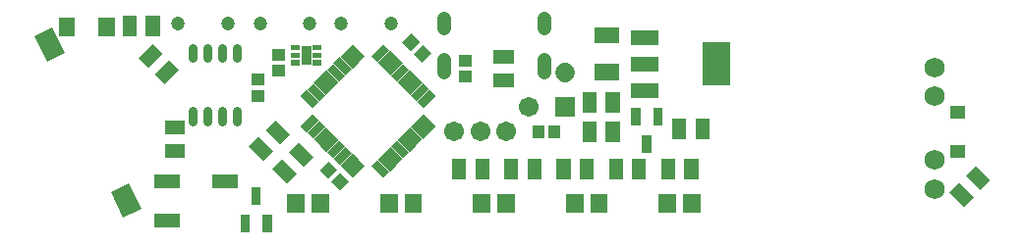
<source format=gbs>
G04 Layer: BottomSolderMaskLayer*
G04 EasyEDA v6.5.1, 2022-03-27 10:56:29*
G04 5bdfba2922064175801a4ef29472edea,f5a38c858c354eb5b90fd3f81420cce3,10*
G04 Gerber Generator version 0.2*
G04 Scale: 100 percent, Rotated: No, Reflected: No *
G04 Dimensions in millimeters *
G04 leading zeros omitted , absolute positions ,4 integer and 5 decimal *
%FSLAX45Y45*%
%MOMM*%

%ADD54C,1.2032*%
%ADD55C,0.8032*%
%ADD56C,1.7032*%
%ADD66C,1.2000*%
%ADD67C,1.7272*%

%LPD*%
D55*
X2286000Y-901090D02*
G01*
X2286000Y-993089D01*
X2159000Y-901090D02*
G01*
X2159000Y-993089D01*
X2032000Y-901090D02*
G01*
X2032000Y-993089D01*
X1905000Y-901090D02*
G01*
X1905000Y-993089D01*
X2286000Y-353110D02*
G01*
X2286000Y-445112D01*
X2159000Y-353110D02*
G01*
X2159000Y-445112D01*
X2032000Y-353110D02*
G01*
X2032000Y-445112D01*
X1905000Y-353110D02*
G01*
X1905000Y-445112D01*
D56*
X5113909Y-571500D02*
G01*
X5113909Y-571500D01*
D54*
X4068013Y-184983D02*
G01*
X4068013Y-104983D01*
X4931994Y-184983D02*
G01*
X4931994Y-104983D01*
X4068013Y-569986D02*
G01*
X4068013Y-459986D01*
X4931994Y-569986D02*
G01*
X4931994Y-459986D01*
D56*
G01*
X4381500Y-1079500D03*
G36*
X8431275Y-1304544D02*
G01*
X8431275Y-1194307D01*
X8561324Y-1194307D01*
X8561324Y-1304544D01*
G37*
G36*
X8431275Y-964692D02*
G01*
X8431275Y-854455D01*
X8561324Y-854455D01*
X8561324Y-964692D01*
G37*
G36*
X3497072Y-478028D02*
G01*
X3443224Y-423926D01*
X3547363Y-319786D01*
X3601211Y-373634D01*
G37*
G36*
X3552697Y-533654D02*
G01*
X3498850Y-479805D01*
X3602990Y-375665D01*
X3657091Y-429513D01*
G37*
G36*
X3610356Y-591057D02*
G01*
X3556508Y-537210D01*
X3660647Y-433070D01*
X3714495Y-486918D01*
G37*
G36*
X3665981Y-646684D02*
G01*
X3612134Y-592836D01*
X3716274Y-488695D01*
X3770122Y-542544D01*
G37*
G36*
X3723386Y-704342D02*
G01*
X3669538Y-650239D01*
X3773677Y-546100D01*
X3827525Y-599947D01*
G37*
G36*
X3779011Y-759968D02*
G01*
X3725163Y-706120D01*
X3829304Y-601979D01*
X3883152Y-655828D01*
G37*
G36*
X3836670Y-817371D02*
G01*
X3782822Y-763523D01*
X3886961Y-659384D01*
X3940809Y-713231D01*
G37*
G36*
X3892295Y-872997D02*
G01*
X3838447Y-819150D01*
X3942588Y-715010D01*
X3996436Y-768857D01*
G37*
G36*
X3942588Y-1085087D02*
G01*
X3838447Y-980947D01*
X3892295Y-926845D01*
X3996436Y-1031239D01*
G37*
G36*
X3886961Y-1140713D02*
G01*
X3782822Y-1036573D01*
X3836670Y-982726D01*
X3940809Y-1086865D01*
G37*
G36*
X3829304Y-1198118D02*
G01*
X3725163Y-1093978D01*
X3779011Y-1040129D01*
X3883152Y-1144270D01*
G37*
G36*
X3773677Y-1253744D02*
G01*
X3669538Y-1149604D01*
X3723386Y-1095755D01*
X3827525Y-1199895D01*
G37*
G36*
X3716274Y-1311402D02*
G01*
X3612134Y-1207007D01*
X3665981Y-1153160D01*
X3770122Y-1257300D01*
G37*
G36*
X3660647Y-1367028D02*
G01*
X3556508Y-1262887D01*
X3610356Y-1209039D01*
X3714495Y-1313179D01*
G37*
G36*
X3602990Y-1424431D02*
G01*
X3498850Y-1320292D01*
X3552697Y-1266444D01*
X3657091Y-1370584D01*
G37*
G36*
X3547363Y-1480057D02*
G01*
X3443224Y-1375918D01*
X3497072Y-1322070D01*
X3601211Y-1426210D01*
G37*
G36*
X3285236Y-1480057D02*
G01*
X3231388Y-1426210D01*
X3335527Y-1322070D01*
X3389375Y-1375918D01*
G37*
G36*
X3229609Y-1424431D02*
G01*
X3175508Y-1370584D01*
X3279902Y-1266444D01*
X3333750Y-1320292D01*
G37*
G36*
X3171952Y-1367028D02*
G01*
X3118104Y-1313179D01*
X3222243Y-1209039D01*
X3276091Y-1262887D01*
G37*
G36*
X3116325Y-1311402D02*
G01*
X3062477Y-1257300D01*
X3166618Y-1153160D01*
X3220465Y-1207007D01*
G37*
G36*
X3058922Y-1253744D02*
G01*
X3005074Y-1199895D01*
X3109213Y-1095755D01*
X3163061Y-1149604D01*
G37*
G36*
X3003295Y-1198118D02*
G01*
X2949447Y-1144270D01*
X3053588Y-1040129D01*
X3107436Y-1093978D01*
G37*
G36*
X2945638Y-1140713D02*
G01*
X2891790Y-1086865D01*
X2995929Y-982726D01*
X3049777Y-1036573D01*
G37*
G36*
X2890011Y-1085087D02*
G01*
X2836163Y-1031239D01*
X2940304Y-926845D01*
X2994152Y-980947D01*
G37*
G36*
X2940304Y-872997D02*
G01*
X2836163Y-768857D01*
X2890011Y-715010D01*
X2994152Y-819150D01*
G37*
G36*
X2995929Y-817371D02*
G01*
X2891790Y-713231D01*
X2945638Y-659384D01*
X3049777Y-763523D01*
G37*
G36*
X3053588Y-759968D02*
G01*
X2949447Y-655828D01*
X3003295Y-601979D01*
X3107436Y-706120D01*
G37*
G36*
X3109213Y-704342D02*
G01*
X3005074Y-599947D01*
X3058922Y-546100D01*
X3163061Y-650239D01*
G37*
G36*
X3166618Y-646684D02*
G01*
X3062477Y-542544D01*
X3116325Y-488695D01*
X3220465Y-592836D01*
G37*
G36*
X3222243Y-591057D02*
G01*
X3118104Y-486918D01*
X3171952Y-433070D01*
X3276091Y-537210D01*
G37*
G36*
X3279902Y-533654D02*
G01*
X3175508Y-429513D01*
X3229609Y-375665D01*
X3333750Y-479805D01*
G37*
G36*
X3335527Y-478028D02*
G01*
X3231388Y-373634D01*
X3285236Y-319786D01*
X3389375Y-423926D01*
G37*
G36*
X2315972Y-1947671D02*
G01*
X2315972Y-1797557D01*
X2396236Y-1797557D01*
X2396236Y-1947671D01*
G37*
G36*
X2410968Y-1707642D02*
G01*
X2410968Y-1557528D01*
X2491231Y-1557528D01*
X2491231Y-1707642D01*
G37*
G36*
X2505963Y-1947671D02*
G01*
X2505963Y-1797557D01*
X2586227Y-1797557D01*
X2586227Y-1947671D01*
G37*
G36*
X8688070Y-1583181D02*
G01*
X8564118Y-1459229D01*
X8649208Y-1374139D01*
X8773159Y-1498092D01*
G37*
G36*
X8546591Y-1724660D02*
G01*
X8422640Y-1600707D01*
X8507729Y-1515618D01*
X8631681Y-1639570D01*
G37*
G36*
X5871463Y-1021842D02*
G01*
X5871463Y-871728D01*
X5951727Y-871728D01*
X5951727Y-1021842D01*
G37*
G36*
X5776468Y-1261871D02*
G01*
X5776468Y-1111757D01*
X5856731Y-1111757D01*
X5856731Y-1261871D01*
G37*
G36*
X5681472Y-1021842D02*
G01*
X5681472Y-871728D01*
X5761736Y-871728D01*
X5761736Y-1021842D01*
G37*
G36*
X6237477Y-1141729D02*
G01*
X6237477Y-966470D01*
X6357874Y-966470D01*
X6357874Y-1141729D01*
G37*
G36*
X6037325Y-1141729D02*
G01*
X6037325Y-966470D01*
X6157722Y-966470D01*
X6157722Y-1141729D01*
G37*
G36*
X5919724Y-1780031D02*
G01*
X5919724Y-1619757D01*
X6070091Y-1619757D01*
X6070091Y-1780031D01*
G37*
G36*
X6129781Y-1780031D02*
G01*
X6129781Y-1619757D01*
X6280150Y-1619757D01*
X6280150Y-1780031D01*
G37*
G36*
X5119877Y-1780031D02*
G01*
X5119877Y-1619757D01*
X5270245Y-1619757D01*
X5270245Y-1780031D01*
G37*
G36*
X5329936Y-1780031D02*
G01*
X5329936Y-1619757D01*
X5480304Y-1619757D01*
X5480304Y-1780031D01*
G37*
G36*
X4319777Y-1780031D02*
G01*
X4319777Y-1619757D01*
X4470145Y-1619757D01*
X4470145Y-1780031D01*
G37*
G36*
X4529836Y-1780031D02*
G01*
X4529836Y-1619757D01*
X4680204Y-1619757D01*
X4680204Y-1780031D01*
G37*
G36*
X3519677Y-1780031D02*
G01*
X3519677Y-1619757D01*
X3670045Y-1619757D01*
X3670045Y-1780031D01*
G37*
G36*
X3729736Y-1780031D02*
G01*
X3729736Y-1619757D01*
X3880104Y-1619757D01*
X3880104Y-1780031D01*
G37*
G36*
X2719831Y-1780031D02*
G01*
X2719831Y-1619757D01*
X2870200Y-1619757D01*
X2870200Y-1780031D01*
G37*
G36*
X2929890Y-1780031D02*
G01*
X2929890Y-1619757D01*
X3080258Y-1619757D01*
X3080258Y-1780031D01*
G37*
G36*
X5462777Y-1167129D02*
G01*
X5462777Y-991870D01*
X5583174Y-991870D01*
X5583174Y-1167129D01*
G37*
G36*
X5262625Y-1167129D02*
G01*
X5262625Y-991870D01*
X5383022Y-991870D01*
X5383022Y-1167129D01*
G37*
G36*
X6139941Y-1487678D02*
G01*
X6139941Y-1312418D01*
X6260084Y-1312418D01*
X6260084Y-1487678D01*
G37*
G36*
X5939790Y-1487678D02*
G01*
X5939790Y-1312418D01*
X6060186Y-1312418D01*
X6060186Y-1487678D01*
G37*
G36*
X5489956Y-1487678D02*
G01*
X5489956Y-1312418D01*
X5610097Y-1312418D01*
X5610097Y-1487678D01*
G37*
G36*
X5689854Y-1487678D02*
G01*
X5689854Y-1312418D01*
X5810250Y-1312418D01*
X5810250Y-1487678D01*
G37*
G36*
X5039868Y-1487678D02*
G01*
X5039868Y-1312418D01*
X5160263Y-1312418D01*
X5160263Y-1487678D01*
G37*
G36*
X5239765Y-1487678D02*
G01*
X5239765Y-1312418D01*
X5360161Y-1312418D01*
X5360161Y-1487678D01*
G37*
G36*
X4589779Y-1487678D02*
G01*
X4589779Y-1312418D01*
X4710175Y-1312418D01*
X4710175Y-1487678D01*
G37*
G36*
X4789931Y-1487678D02*
G01*
X4789931Y-1312418D01*
X4910074Y-1312418D01*
X4910074Y-1487678D01*
G37*
G36*
X4139945Y-1487678D02*
G01*
X4139945Y-1312418D01*
X4260088Y-1312418D01*
X4260088Y-1487678D01*
G37*
G36*
X4339843Y-1487678D02*
G01*
X4339843Y-1312418D01*
X4460240Y-1312418D01*
X4460240Y-1487678D01*
G37*
G36*
X5368543Y-636523D02*
G01*
X5368543Y-496315D01*
X5578856Y-496315D01*
X5578856Y-636523D01*
G37*
G36*
X5368543Y-316484D02*
G01*
X5368543Y-176276D01*
X5578856Y-176276D01*
X5578856Y-316484D01*
G37*
G36*
X5462777Y-913129D02*
G01*
X5462777Y-737870D01*
X5583174Y-737870D01*
X5583174Y-913129D01*
G37*
G36*
X5262625Y-913129D02*
G01*
X5262625Y-737870D01*
X5383022Y-737870D01*
X5383022Y-913129D01*
G37*
G36*
X1300226Y-252729D02*
G01*
X1300226Y-77470D01*
X1420621Y-77470D01*
X1420621Y-252729D01*
G37*
G36*
X1500378Y-252729D02*
G01*
X1500378Y-77470D01*
X1620773Y-77470D01*
X1620773Y-252729D01*
G37*
G36*
X750315Y-258063D02*
G01*
X750315Y-97536D01*
X890778Y-97536D01*
X890778Y-258063D01*
G37*
G36*
X1090421Y-258063D02*
G01*
X1090421Y-97536D01*
X1230884Y-97536D01*
X1230884Y-258063D01*
G37*
G36*
X1570228Y-1566671D02*
G01*
X1570228Y-1446276D01*
X1790700Y-1446276D01*
X1790700Y-1566671D01*
G37*
G36*
X2070354Y-1566671D02*
G01*
X2070354Y-1446276D01*
X2290572Y-1446276D01*
X2290572Y-1566671D01*
G37*
G36*
X1570228Y-1906523D02*
G01*
X1570228Y-1786128D01*
X1790700Y-1786128D01*
X1790700Y-1906523D01*
G37*
G36*
X3782313Y-380492D02*
G01*
X3711447Y-309626D01*
X3789425Y-231647D01*
X3860291Y-302513D01*
G37*
G36*
X3881374Y-479552D02*
G01*
X3810508Y-408686D01*
X3888486Y-330707D01*
X3959352Y-401573D01*
G37*
G36*
X2408681Y-678687D02*
G01*
X2408681Y-578357D01*
X2518918Y-578357D01*
X2518918Y-678687D01*
G37*
G36*
X2408681Y-818642D02*
G01*
X2408681Y-718312D01*
X2518918Y-718312D01*
X2518918Y-818642D01*
G37*
G36*
X5680709Y-789939D02*
G01*
X5680709Y-660400D01*
X5916929Y-660400D01*
X5916929Y-789939D01*
G37*
G36*
X5680709Y-558800D02*
G01*
X5680709Y-429260D01*
X5916929Y-429260D01*
X5916929Y-558800D01*
G37*
G36*
X5680709Y-330200D02*
G01*
X5680709Y-200660D01*
X5916929Y-200660D01*
X5916929Y-330200D01*
G37*
G36*
X6300470Y-679450D02*
G01*
X6300470Y-308610D01*
X6536690Y-308610D01*
X6536690Y-679450D01*
G37*
G36*
X2940304Y-441705D02*
G01*
X2940304Y-396494D01*
X3015488Y-396494D01*
X3015488Y-441705D01*
G37*
G36*
X2940304Y-376681D02*
G01*
X2940304Y-331470D01*
X3015488Y-331470D01*
X3015488Y-376681D01*
G37*
G36*
X2750311Y-376681D02*
G01*
X2750311Y-331470D01*
X2825495Y-331470D01*
X2825495Y-376681D01*
G37*
G36*
X2750311Y-441705D02*
G01*
X2750311Y-396494D01*
X2825495Y-396494D01*
X2825495Y-441705D01*
G37*
G36*
X2750311Y-506729D02*
G01*
X2750311Y-461518D01*
X2825495Y-461518D01*
X2825495Y-506729D01*
G37*
G36*
X2940304Y-506729D02*
G01*
X2940304Y-461518D01*
X3015488Y-461518D01*
X3015488Y-506729D01*
G37*
G36*
X2840227Y-496823D02*
G01*
X2840227Y-341376D01*
X2925572Y-341376D01*
X2925572Y-496823D01*
G37*
G36*
X647445Y-473963D02*
G01*
X539750Y-253492D01*
X694944Y-177800D01*
X802639Y-398271D01*
G37*
G36*
X1304544Y-1821434D02*
G01*
X1197102Y-1600962D01*
X1352295Y-1525270D01*
X1459737Y-1745742D01*
G37*
G36*
X4497070Y-493521D02*
G01*
X4497070Y-373126D01*
X4672329Y-373126D01*
X4672329Y-493521D01*
G37*
G36*
X4497070Y-693673D02*
G01*
X4497070Y-573278D01*
X4672329Y-573278D01*
X4672329Y-693673D01*
G37*
G36*
X2586481Y-602742D02*
G01*
X2586481Y-502412D01*
X2696718Y-502412D01*
X2696718Y-602742D01*
G37*
G36*
X2586481Y-462787D02*
G01*
X2586481Y-362457D01*
X2696718Y-362457D01*
X2696718Y-462787D01*
G37*
G36*
X3170174Y-1584452D02*
G01*
X3099308Y-1513586D01*
X3177286Y-1435607D01*
X3248152Y-1506473D01*
G37*
G36*
X3071113Y-1485392D02*
G01*
X3000247Y-1414526D01*
X3078225Y-1336547D01*
X3149091Y-1407413D01*
G37*
G36*
X4972811Y-1134618D02*
G01*
X4972811Y-1024381D01*
X5073141Y-1024381D01*
X5073141Y-1134618D01*
G37*
G36*
X4832858Y-1134618D02*
G01*
X4832858Y-1024381D01*
X4933188Y-1024381D01*
X4933188Y-1134618D01*
G37*
G36*
X1664207Y-670560D02*
G01*
X1579118Y-585470D01*
X1703070Y-461518D01*
X1788160Y-546607D01*
G37*
G36*
X1522729Y-529081D02*
G01*
X1437639Y-443992D01*
X1561592Y-320039D01*
X1646681Y-405129D01*
G37*
G36*
X2514091Y-1330960D02*
G01*
X2390140Y-1207007D01*
X2475229Y-1121918D01*
X2599181Y-1245870D01*
G37*
G36*
X2655570Y-1189481D02*
G01*
X2531618Y-1065529D01*
X2616708Y-980439D01*
X2740659Y-1104392D01*
G37*
G36*
X2717291Y-1521460D02*
G01*
X2593340Y-1397507D01*
X2678429Y-1312418D01*
X2802381Y-1436370D01*
G37*
G36*
X2858770Y-1379981D02*
G01*
X2734818Y-1256029D01*
X2819908Y-1170939D01*
X2943859Y-1294892D01*
G37*
G36*
X1664970Y-1103121D02*
G01*
X1664970Y-982726D01*
X1840229Y-982726D01*
X1840229Y-1103121D01*
G37*
G36*
X1664970Y-1303273D02*
G01*
X1664970Y-1182878D01*
X1840229Y-1182878D01*
X1840229Y-1303273D01*
G37*
G36*
X4199381Y-513587D02*
G01*
X4199381Y-413257D01*
X4309618Y-413257D01*
X4309618Y-513587D01*
G37*
G36*
X4199381Y-653542D02*
G01*
X4199381Y-553212D01*
X4309618Y-553212D01*
X4309618Y-653542D01*
G37*
G01*
X4803190Y-865911D03*
G01*
X4601590Y-1078611D03*
G01*
X4157090Y-1077391D03*
G36*
X5028691Y-948689D02*
G01*
X5028691Y-778510D01*
X5199125Y-778510D01*
X5199125Y-948689D01*
G37*
D66*
G01*
X2208911Y-142519D03*
G01*
X1778888Y-142519D03*
G01*
X2915031Y-142519D03*
G01*
X2485009Y-142519D03*
G01*
X3615004Y-142519D03*
G01*
X3184982Y-142519D03*
D67*
G01*
X8300008Y-1575003D03*
G01*
X8300008Y-1325016D03*
G01*
X8300008Y-775004D03*
G01*
X8300008Y-525018D03*
M02*

</source>
